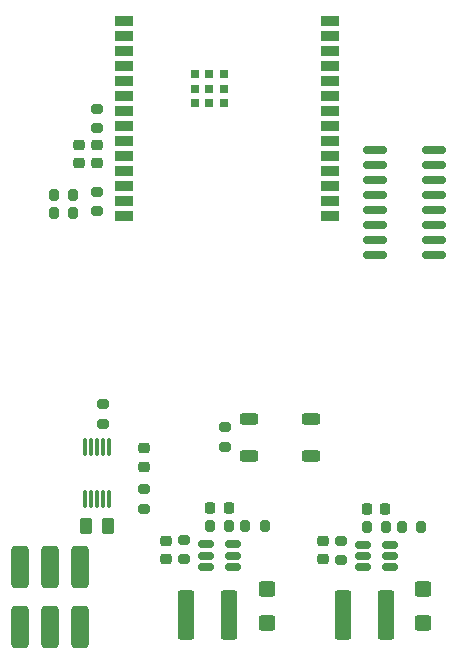
<source format=gbr>
%TF.GenerationSoftware,KiCad,Pcbnew,8.0.8*%
%TF.CreationDate,2025-02-17T10:13:52+00:00*%
%TF.ProjectId,receiver-esp32-c6,72656365-6976-4657-922d-65737033322d,rev?*%
%TF.SameCoordinates,Original*%
%TF.FileFunction,Paste,Top*%
%TF.FilePolarity,Positive*%
%FSLAX46Y46*%
G04 Gerber Fmt 4.6, Leading zero omitted, Abs format (unit mm)*
G04 Created by KiCad (PCBNEW 8.0.8) date 2025-02-17 10:13:52*
%MOMM*%
%LPD*%
G01*
G04 APERTURE LIST*
G04 Aperture macros list*
%AMRoundRect*
0 Rectangle with rounded corners*
0 $1 Rounding radius*
0 $2 $3 $4 $5 $6 $7 $8 $9 X,Y pos of 4 corners*
0 Add a 4 corners polygon primitive as box body*
4,1,4,$2,$3,$4,$5,$6,$7,$8,$9,$2,$3,0*
0 Add four circle primitives for the rounded corners*
1,1,$1+$1,$2,$3*
1,1,$1+$1,$4,$5*
1,1,$1+$1,$6,$7*
1,1,$1+$1,$8,$9*
0 Add four rect primitives between the rounded corners*
20,1,$1+$1,$2,$3,$4,$5,0*
20,1,$1+$1,$4,$5,$6,$7,0*
20,1,$1+$1,$6,$7,$8,$9,0*
20,1,$1+$1,$8,$9,$2,$3,0*%
G04 Aperture macros list end*
%ADD10RoundRect,0.200000X0.200000X0.275000X-0.200000X0.275000X-0.200000X-0.275000X0.200000X-0.275000X0*%
%ADD11RoundRect,0.150000X0.512500X0.150000X-0.512500X0.150000X-0.512500X-0.150000X0.512500X-0.150000X0*%
%ADD12RoundRect,0.250000X-0.262500X-0.450000X0.262500X-0.450000X0.262500X0.450000X-0.262500X0.450000X0*%
%ADD13RoundRect,0.225000X-0.250000X0.225000X-0.250000X-0.225000X0.250000X-0.225000X0.250000X0.225000X0*%
%ADD14RoundRect,0.200000X-0.275000X0.200000X-0.275000X-0.200000X0.275000X-0.200000X0.275000X0.200000X0*%
%ADD15RoundRect,0.225000X0.250000X-0.225000X0.250000X0.225000X-0.250000X0.225000X-0.250000X-0.225000X0*%
%ADD16RoundRect,0.200000X0.275000X-0.200000X0.275000X0.200000X-0.275000X0.200000X-0.275000X-0.200000X0*%
%ADD17R,1.500000X0.900000*%
%ADD18R,0.800000X0.800000*%
%ADD19RoundRect,0.249999X-0.450001X-1.850001X0.450001X-1.850001X0.450001X1.850001X-0.450001X1.850001X0*%
%ADD20RoundRect,0.250000X-0.450000X0.400000X-0.450000X-0.400000X0.450000X-0.400000X0.450000X0.400000X0*%
%ADD21RoundRect,0.200000X-0.200000X-0.275000X0.200000X-0.275000X0.200000X0.275000X-0.200000X0.275000X0*%
%ADD22RoundRect,0.381000X-0.381000X1.419000X-0.381000X-1.419000X0.381000X-1.419000X0.381000X1.419000X0*%
%ADD23RoundRect,0.225000X0.225000X0.250000X-0.225000X0.250000X-0.225000X-0.250000X0.225000X-0.250000X0*%
%ADD24RoundRect,0.218750X-0.256250X0.218750X-0.256250X-0.218750X0.256250X-0.218750X0.256250X0.218750X0*%
%ADD25RoundRect,0.075000X-0.075000X0.650000X-0.075000X-0.650000X0.075000X-0.650000X0.075000X0.650000X0*%
%ADD26RoundRect,0.250000X-0.525000X-0.250000X0.525000X-0.250000X0.525000X0.250000X-0.525000X0.250000X0*%
%ADD27RoundRect,0.150000X-0.850000X-0.150000X0.850000X-0.150000X0.850000X0.150000X-0.850000X0.150000X0*%
G04 APERTURE END LIST*
D10*
%TO.C,R8*%
X142675000Y-97000000D03*
X141025000Y-97000000D03*
%TD*%
D11*
%TO.C,U3*%
X156275000Y-100500000D03*
X156275000Y-99550000D03*
X156275000Y-98600000D03*
X154000000Y-98600000D03*
X154000000Y-99550000D03*
X154000000Y-100500000D03*
%TD*%
D12*
%TO.C,R12*%
X130587500Y-97000000D03*
X132412500Y-97000000D03*
%TD*%
D13*
%TO.C,C8*%
X130000000Y-64725000D03*
X130000000Y-66275000D03*
%TD*%
D14*
%TO.C,R13*%
X132000000Y-86675000D03*
X132000000Y-88325000D03*
%TD*%
D15*
%TO.C,C1*%
X150637500Y-99825000D03*
X150637500Y-98275000D03*
%TD*%
D16*
%TO.C,R4*%
X131500000Y-63325000D03*
X131500000Y-61675000D03*
%TD*%
D14*
%TO.C,R14*%
X142350000Y-88640000D03*
X142350000Y-90290000D03*
%TD*%
D17*
%TO.C,U1*%
X133750000Y-54240000D03*
X133750000Y-55510000D03*
X133750000Y-56780000D03*
X133750000Y-58050000D03*
X133750000Y-59320000D03*
X133750000Y-60590000D03*
X133750000Y-61860000D03*
X133750000Y-63130000D03*
X133750000Y-64400000D03*
X133750000Y-65670000D03*
X133750000Y-66940000D03*
X133750000Y-68210000D03*
X133750000Y-69480000D03*
X133750000Y-70750000D03*
X151250000Y-70750000D03*
X151250000Y-69480000D03*
X151250000Y-68210000D03*
X151250000Y-66940000D03*
X151250000Y-65670000D03*
X151250000Y-64400000D03*
X151250000Y-63130000D03*
X151250000Y-61860000D03*
X151250000Y-60590000D03*
X151250000Y-59320000D03*
X151250000Y-58050000D03*
X151250000Y-56780000D03*
X151250000Y-55510000D03*
X151250000Y-54240000D03*
D18*
X139745000Y-58710000D03*
X139745000Y-59960000D03*
X139745000Y-61210000D03*
X140995000Y-58710000D03*
X140995000Y-59960000D03*
X140995000Y-61210000D03*
X142245000Y-58710000D03*
X142245000Y-59960000D03*
X142245000Y-61210000D03*
%TD*%
D15*
%TO.C,C6*%
X137350000Y-99775000D03*
X137350000Y-98225000D03*
%TD*%
D10*
%TO.C,R1*%
X158962500Y-97050000D03*
X157312500Y-97050000D03*
%TD*%
D16*
%TO.C,R3*%
X135500000Y-95537500D03*
X135500000Y-93887500D03*
%TD*%
D19*
%TO.C,L1*%
X152287500Y-104550000D03*
X155987500Y-104550000D03*
%TD*%
D16*
%TO.C,R6*%
X138850000Y-99825000D03*
X138850000Y-98175000D03*
%TD*%
D20*
%TO.C,D4*%
X145906000Y-102302000D03*
X145906000Y-105202000D03*
%TD*%
D21*
%TO.C,R10*%
X127850000Y-69000000D03*
X129500000Y-69000000D03*
%TD*%
D22*
%TO.C,SW1*%
X130040000Y-100460000D03*
X127500000Y-100460000D03*
X124960000Y-100460000D03*
X130040000Y-105540000D03*
X127500000Y-105540000D03*
X124960000Y-105540000D03*
%TD*%
D23*
%TO.C,C7*%
X142625000Y-95500000D03*
X141075000Y-95500000D03*
%TD*%
D19*
%TO.C,L2*%
X139000000Y-104500000D03*
X142700000Y-104500000D03*
%TD*%
D24*
%TO.C,D3*%
X135500000Y-90425000D03*
X135500000Y-92000000D03*
%TD*%
D25*
%TO.C,U5*%
X132500000Y-90300000D03*
X132000000Y-90300000D03*
X131500000Y-90300000D03*
X131000000Y-90300000D03*
X130500000Y-90300000D03*
X130500000Y-94700000D03*
X131000000Y-94700000D03*
X131500000Y-94700000D03*
X132000000Y-94700000D03*
X132500000Y-94700000D03*
%TD*%
D16*
%TO.C,R5*%
X152137500Y-99875000D03*
X152137500Y-98225000D03*
%TD*%
%TO.C,R9*%
X131500000Y-70325000D03*
X131500000Y-68675000D03*
%TD*%
D20*
%TO.C,D1*%
X159114000Y-102302000D03*
X159114000Y-105202000D03*
%TD*%
D11*
%TO.C,U4*%
X142987500Y-100450000D03*
X142987500Y-99500000D03*
X142987500Y-98550000D03*
X140712500Y-98550000D03*
X140712500Y-99500000D03*
X140712500Y-100450000D03*
%TD*%
D26*
%TO.C,SW2*%
X144375000Y-87900000D03*
X149625000Y-87900000D03*
X144375000Y-91100000D03*
X149625000Y-91100000D03*
%TD*%
D21*
%TO.C,R11*%
X127850000Y-70500000D03*
X129500000Y-70500000D03*
%TD*%
D23*
%TO.C,C2*%
X155912500Y-95550000D03*
X154362500Y-95550000D03*
%TD*%
D10*
%TO.C,R7*%
X145675000Y-97000000D03*
X144025000Y-97000000D03*
%TD*%
D13*
%TO.C,C9*%
X131500000Y-64725000D03*
X131500000Y-66275000D03*
%TD*%
D10*
%TO.C,R2*%
X155962500Y-97050000D03*
X154312500Y-97050000D03*
%TD*%
D27*
%TO.C,U2*%
X155000000Y-65190000D03*
X155000000Y-66460000D03*
X155000000Y-67730000D03*
X155000000Y-69000000D03*
X155000000Y-70270000D03*
X155000000Y-71540000D03*
X155000000Y-72810000D03*
X155000000Y-74080000D03*
X160000000Y-74080000D03*
X160000000Y-72810000D03*
X160000000Y-71540000D03*
X160000000Y-70270000D03*
X160000000Y-69000000D03*
X160000000Y-67730000D03*
X160000000Y-66460000D03*
X160000000Y-65190000D03*
%TD*%
M02*

</source>
